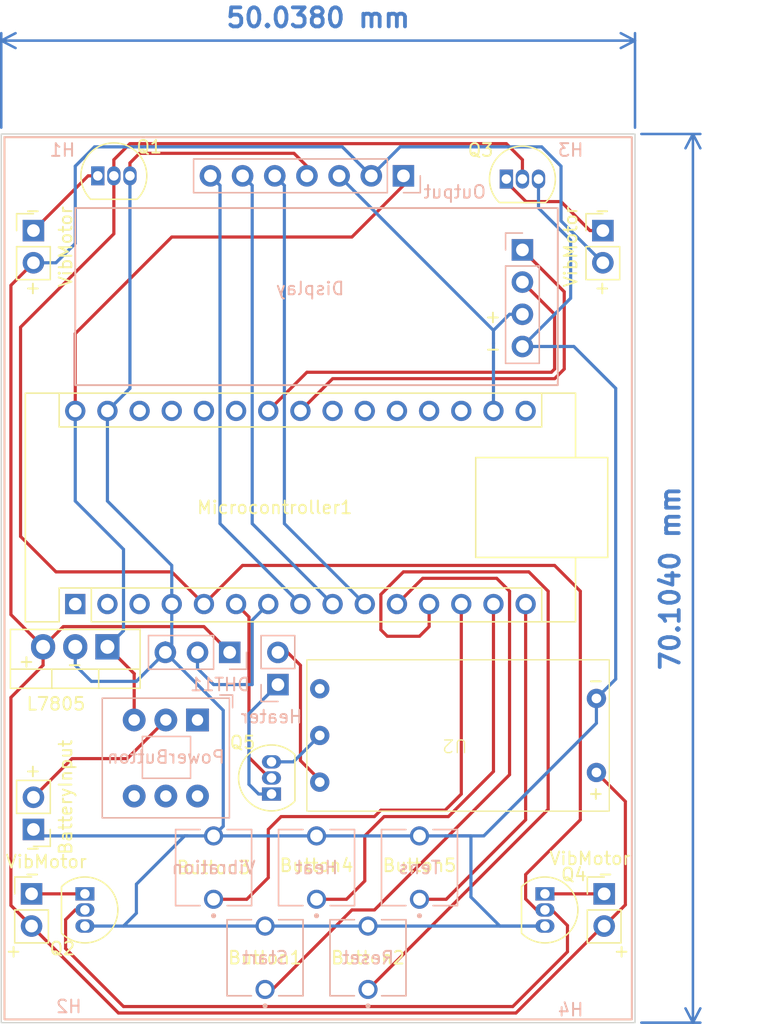
<source format=kicad_pcb>
(kicad_pcb (version 20221018) (generator pcbnew)
  (layers (0 "F.Cu" signal) (31 "B.Cu" signal) (34 "B.Paste" user) (35 "F.Paste" user) (36 "B.SilkS" user "B.Silkscreen") (37 "F.SilkS" user "F.Silkscreen") (38 "B.Mask" user) (39 "F.Mask" user) (44 "Edge.Cuts" user))
  (net 0 "")
  (net 1 "SW-Start")
  (net 2 "GND")
  (net 3 "SW-Reset")
  (net 4 "SW-Vibration")
  (net 5 "SW-Heat")
  (net 6 "SW-Tens")
  (net 7 "Net-(J1-Pin_1)")
  (net 8 "Input_7v4")
  (net 9 "Net-(J2-Pin_1)")
  (net 10 "Net-(J3-Pin_1)")
  (net 11 "Net-(J4-Pin_1)")
  (net 12 "Net-(J5-Pin_1)")
  (net 13 "Net-(J5-Pin_2)")
  (net 14 "Net-(J6-Pin_2)")
  (net 15 "SDA_Display")
  (net 16 "SCL_Display")
  (net 20 "VT-Motor")
  (net 21 "HT-Heater")
  (net 22 "HT-Sensor")
  (net 23 "TT-Enable")
  (net 24 "TT-Input1")
  (net 25 "TT-Input2")
  (net 27 "Output-3v3")
  (net 37 "Net-(Q5-C)")
  (net 43 "Input_5v")
  (footprint "Package_TO_SOT_THT:TO-92_Inline" (layer "F.Cu") (at 121.158 123.698 -90)
    (fp_text reference "Q2" (at 4.318 1.778) (layer "F.SilkS"))
    (fp_text value "2N2222" hide)
    (fp_line (start -0.53 1.85) (end 3.07 1.85) (stroke (width 0.12)) (layer "F.SilkS"))
    (fp_arc (start -0.568478 1.838478) (mid -1.132087 -0.994977) (end 1.27 -2.6) (stroke (width 0.12)) (layer "F.SilkS"))
    (fp_arc (start 1.27 -2.6) (mid 3.672087 -0.994977) (end 3.108478 1.838478) (stroke (width 0.12)) (layer "F.SilkS"))
    (pad "1" thru_hole rect (at 0 0 270) (size 1.05 1.5) (drill 0.75) (layers "*.Cu" "*.Mask") (net 9 "Net-(J2-Pin_1)"))
    (pad "2" thru_hole oval (at 1.27 0 270) (size 1.05 1.5) (drill 0.75) (layers "*.Cu" "*.Mask") (net 20 "VT-Motor"))
    (pad "3" thru_hole oval (at 2.54 0 270) (size 1.05 1.5) (drill 0.75) (layers "*.Cu" "*.Mask") (net 2 "GND"))
  )
  (footprint "Connector_PinHeader_2.54mm:PinHeader_1x02_P2.54mm_Vertical" (layer "F.Cu") (at 162.052 71.374)
    (fp_text reference "J3" hide)
    (fp_text value "VibMotor" (at -2.54 1.27 90) (layer "F.SilkS"))
    (fp_line (start -1.33 -1.33) (end 0 -1.33) (stroke (width 0.12)) (layer "F.SilkS"))
    (fp_line (start -1.33 0) (end -1.33 -1.33) (stroke (width 0.12)) (layer "F.SilkS"))
    (fp_line (start -1.33 1.27) (end -1.33 3.87) (stroke (width 0.12)) (layer "F.SilkS"))
    (fp_line (start -1.33 1.27) (end 1.33 1.27) (stroke (width 0.12)) (layer "F.SilkS"))
    (fp_line (start -1.33 3.87) (end 1.33 3.87) (stroke (width 0.12)) (layer "F.SilkS"))
    (fp_line (start 1.33 1.27) (end 1.33 3.87) (stroke (width 0.12)) (layer "F.SilkS"))
    (pad "1" thru_hole rect (at 0 0) (size 1.7 1.7) (drill 1) (layers "*.Cu" "*.Mask") (net 10 "Net-(J3-Pin_1)"))
    (pad "2" thru_hole oval (at 0 2.54) (size 1.7 1.7) (drill 1) (layers "*.Cu" "*.Mask") (net 43 "Input_5v"))
  )
  (footprint "Module:Arduino_Nano" (layer "F.Cu") (at 120.396 100.838 90)
    (fp_text reference "Microcontroller1" (at 7.62 15.748) (layer "F.SilkS"))
    (fp_text value "Nano BLE33" hide)
    (fp_line (start -1.4 -3.94) (end -1.4 -1.27) (stroke (width 0.12)) (layer "F.SilkS"))
    (fp_line (start -1.4 1.27) (end -1.4 39.5) (stroke (width 0.12)) (layer "F.SilkS"))
    (fp_line (start -1.4 39.5) (end 3.68 39.5) (stroke (width 0.12)) (layer "F.SilkS"))
    (fp_line (start 1.27 -1.27) (end -1.4 -1.27) (stroke (width 0.12)) (layer "F.SilkS"))
    (fp_line (start 1.27 1.27) (end -1.4 1.27) (stroke (width 0.12)) (layer "F.SilkS"))
    (fp_line (start 1.27 1.27) (end 1.27 -1.27) (stroke (width 0.12)) (layer "F.SilkS"))
    (fp_line (start 1.27 1.27) (end 1.27 36.83) (stroke (width 0.12)) (layer "F.SilkS"))
    (fp_line (start 1.27 36.83) (end -1.4 36.83) (stroke (width 0.12)) (layer "F.SilkS"))
    (fp_line (start 3.68 31.62) (end 11.56 31.62) (stroke (width 0.12)) (layer "F.SilkS"))
    (fp_line (start 3.68 42.04) (end 3.68 31.62) (stroke (width 0.12)) (layer "F.SilkS"))
    (fp_line (start 11.56 31.62) (end 11.56 42.04) (stroke (width 0.12)) (layer "F.SilkS"))
    (fp_line (start 11.56 42.04) (end 3.68 42.04) (stroke (width 0.12)) (layer "F.SilkS"))
    (fp_line (start 13.97 -1.27) (end 13.97 36.83) (stroke (width 0.12)) (layer "F.SilkS"))
    (fp_line (start 13.97 -1.27) (end 16.64 -1.27) (stroke (width 0.12)) (layer "F.SilkS"))
    (fp_line (start 13.97 36.83) (end 16.64 36.83) (stroke (width 0.12)) (layer "F.SilkS"))
    (fp_line (start 16.64 -3.94) (end -1.4 -3.94) (stroke (width 0.12)) (layer "F.SilkS"))
    (fp_line (start 16.64 39.5) (end 11.56 39.5) (stroke (width 0.12)) (layer "F.SilkS"))
    (fp_line (start 16.64 39.5) (end 16.64 -3.94) (stroke (width 0.12)) (layer "F.SilkS"))
    (pad "1" thru_hole rect (at 0 0 90) (size 1.6 1.6) (drill 1) (layers "*.Cu" "*.Mask"))
    (pad "2" thru_hole oval (at 0 2.54 90) (size 1.6 1.6) (drill 1) (layers "*.Cu" "*.Mask"))
    (pad "3" thru_hole oval (at 0 5.08 90) (size 1.6 1.6) (drill 1) (layers "*.Cu" "*.Mask"))
    (pad "4" thru_hole oval (at 0 7.62 90) (size 1.6 1.6) (drill 1) (layers "*.Cu" "*.Mask") (net 2 "GND"))
    (pad "5" thru_hole oval (at 0 10.16 90) (size 1.6 1.6) (drill 1) (layers "*.Cu" "*.Mask") (net 20 "VT-Motor"))
    (pad "6" thru_hole oval (at 0 12.7 90) (size 1.6 1.6) (drill 1) (layers "*.Cu" "*.Mask") (net 21 "HT-Heater"))
    (pad "7" thru_hole oval (at 0 15.24 90) (size 1.6 1.6) (drill 1) (layers "*.Cu" "*.Mask") (net 22 "HT-Sensor"))
    (pad "8" thru_hole oval (at 0 17.78 90) (size 1.6 1.6) (drill 1) (layers "*.Cu" "*.Mask") (net 23 "TT-Enable"))
    (pad "9" thru_hole oval (at 0 20.32 90) (size 1.6 1.6) (drill 1) (layers "*.Cu" "*.Mask") (net 24 "TT-Input1"))
    (pad "10" thru_hole oval (at 0 22.86 90) (size 1.6 1.6) (drill 1) (layers "*.Cu" "*.Mask") (net 25 "TT-Input2"))
    (pad "11" thru_hole oval (at 0 25.4 90) (size 1.6 1.6) (drill 1) (layers "*.Cu" "*.Mask") (net 1 "SW-Start"))
    (pad "12" thru_hole oval (at 0 27.94 90) (size 1.6 1.6) (drill 1) (layers "*.Cu" "*.Mask") (net 3 "SW-Reset"))
    (pad "13" thru_hole oval (at 0 30.48 90) (size 1.6 1.6) (drill 1) (layers "*.Cu" "*.Mask") (net 4 "SW-Vibration"))
    (pad "14" thru_hole oval (at 0 33.02 90) (size 1.6 1.6) (drill 1) (layers "*.Cu" "*.Mask") (net 5 "SW-Heat"))
    (pad "15" thru_hole oval (at 0 35.56 90) (size 1.6 1.6) (drill 1) (layers "*.Cu" "*.Mask") (net 6 "SW-Tens"))
    (pad "16" thru_hole oval (at 15.24 35.56 90) (size 1.6 1.6) (drill 1) (layers "*.Cu" "*.Mask"))
    (pad "17" thru_hole oval (at 15.24 33.02 90) (size 1.6 1.6) (drill 1) (layers "*.Cu" "*.Mask") (net 27 "Output-3v3"))
    (pad "18" thru_hole oval (at 15.24 30.48 90) (size 1.6 1.6) (drill 1) (layers "*.Cu" "*.Mask"))
    (pad "19" thru_hole oval (at 15.24 27.94 90) (size 1.6 1.6) (drill 1) (layers "*.Cu" "*.Mask"))
    (pad "20" thru_hole oval (at 15.24 25.4 90) (size 1.6 1.6) (drill 1) (layers "*.Cu" "*.Mask"))
    (pad "21" thru_hole oval (at 15.24 22.86 90) (size 1.6 1.6) (drill 1) (layers "*.Cu" "*.Mask"))
    (pad "22" thru_hole oval (at 15.24 20.32 90) (size 1.6 1.6) (drill 1) (layers "*.Cu" "*.Mask"))
    (pad "23" thru_hole oval (at 15.24 17.78 90) (size 1.6 1.6) (drill 1) (layers "*.Cu" "*.Mask") (net 15 "SDA_Display"))
    (pad "24" thru_hole oval (at 15.24 15.24 90) (size 1.6 1.6) (drill 1) (layers "*.Cu" "*.Mask") (net 16 "SCL_Display"))
    (pad "25" thru_hole oval (at 15.24 12.7 90) (size 1.6 1.6) (drill 1) (layers "*.Cu" "*.Mask"))
    (pad "26" thru_hole oval (at 15.24 10.16 90) (size 1.6 1.6) (drill 1) (layers "*.Cu" "*.Mask"))
    (pad "27" thru_hole oval (at 15.24 7.62 90) (size 1.6 1.6) (drill 1) (layers "*.Cu" "*.Mask"))
    (pad "28" thru_hole oval (at 15.24 5.08 90) (size 1.6 1.6) (drill 1) (layers "*.Cu" "*.Mask"))
    (pad "29" thru_hole oval (at 15.24 2.54 90) (size 1.6 1.6) (drill 1) (layers "*.Cu" "*.Mask") (net 2 "GND"))
    (pad "30" thru_hole oval (at 15.24 0 90) (size 1.6 1.6) (drill 1) (layers "*.Cu" "*.Mask") (net 8 "Input_7v4"))
  )
  (footprint "Connector_PinHeader_2.54mm:PinHeader_1x02_P2.54mm_Vertical" (layer "F.Cu") (at 117.094 71.374)
    (fp_text reference "J1" hide)
    (fp_text value "VibMotor" (at 2.54 1.27 90) (layer "F.SilkS"))
    (fp_line (start -1.33 -1.33) (end 0 -1.33) (stroke (width 0.12)) (layer "F.SilkS"))
    (fp_line (start -1.33 0) (end -1.33 -1.33) (stroke (width 0.12)) (layer "F.SilkS"))
    (fp_line (start -1.33 1.27) (end -1.33 3.87) (stroke (width 0.12)) (layer "F.SilkS"))
    (fp_line (start -1.33 1.27) (end 1.33 1.27) (stroke (width 0.12)) (layer "F.SilkS"))
    (fp_line (start -1.33 3.87) (end 1.33 3.87) (stroke (width 0.12)) (layer "F.SilkS"))
    (fp_line (start 1.33 1.27) (end 1.33 3.87) (stroke (width 0.12)) (layer "F.SilkS"))
    (pad "1" thru_hole rect (at 0 0) (size 1.7 1.7) (drill 1) (layers "*.Cu" "*.Mask") (net 7 "Net-(J1-Pin_1)"))
    (pad "2" thru_hole oval (at 0 2.54) (size 1.7 1.7) (drill 1) (layers "*.Cu" "*.Mask") (net 43 "Input_5v"))
  )
  (footprint "Package_TO_SOT_THT:TO-92_Inline" (layer "F.Cu") (at 122.174 67.056)
    (fp_text reference "Q1" (at 4.064 -2.286 180) (layer "F.SilkS"))
    (fp_text value "2N2222" hide)
    (fp_line (start -0.53 1.85) (end 3.07 1.85) (stroke (width 0.12)) (layer "F.SilkS"))
    (fp_arc (start -0.568478 1.838478) (mid -1.132087 -0.994977) (end 1.27 -2.6) (stroke (width 0.12)) (layer "F.SilkS"))
    (fp_arc (start 1.27 -2.6) (mid 3.672087 -0.994977) (end 3.108478 1.838478) (stroke (width 0.12)) (layer "F.SilkS"))
    (pad "1" thru_hole rect (at 0 0) (size 1.05 1.5) (drill 0.75) (layers "*.Cu" "*.Mask") (net 7 "Net-(J1-Pin_1)"))
    (pad "2" thru_hole oval (at 1.27 0) (size 1.05 1.5) (drill 0.75) (layers "*.Cu" "*.Mask") (net 20 "VT-Motor"))
    (pad "3" thru_hole oval (at 2.54 0) (size 1.05 1.5) (drill 0.75) (layers "*.Cu" "*.Mask") (net 2 "GND"))
  )
  (footprint "Connector_PinHeader_2.54mm:PinHeader_1x02_P2.54mm_Vertical" (layer "F.Cu") (at 117.094 118.618 180)
    (fp_text reference "J6" hide)
    (fp_text value "BatteryInput" (at -2.54 2.54 90) (layer "F.SilkS"))
    (fp_line (start -1.33 -1.33) (end 0 -1.33) (stroke (width 0.12)) (layer "F.SilkS"))
    (fp_line (start -1.33 0) (end -1.33 -1.33) (stroke (width 0.12)) (layer "F.SilkS"))
    (fp_line (start -1.33 1.27) (end -1.33 3.87) (stroke (width 0.12)) (layer "F.SilkS"))
    (fp_line (start -1.33 1.27) (end 1.33 1.27) (stroke (width 0.12)) (layer "F.SilkS"))
    (fp_line (start -1.33 3.87) (end 1.33 3.87) (stroke (width 0.12)) (layer "F.SilkS"))
    (fp_line (start 1.33 1.27) (end 1.33 3.87) (stroke (width 0.12)) (layer "F.SilkS"))
    (pad "1" thru_hole rect (at 0 0 180) (size 1.7 1.7) (drill 1) (layers "*.Cu" "*.Mask") (net 2 "GND"))
    (pad "2" thru_hole oval (at 0 2.54 180) (size 1.7 1.7) (drill 1) (layers "*.Cu" "*.Mask") (net 14 "Net-(J6-Pin_2)"))
  )
  (footprint "Package_TO_SOT_THT:TO-92_Inline" (layer "F.Cu") (at 135.89 115.824 90)
    (fp_text reference "Q5" (at 4.064 -2.286 180) (layer "F.SilkS"))
    (fp_text value "2N2222" hide)
    (fp_line (start -0.53 1.85) (end 3.07 1.85) (stroke (width 0.12)) (layer "F.SilkS"))
    (fp_arc (start -0.568478 1.838478) (mid -1.132087 -0.994977) (end 1.27 -2.6) (stroke (width 0.12)) (layer "F.SilkS"))
    (fp_arc (start 1.27 -2.6) (mid 3.672087 -0.994977) (end 3.108478 1.838478) (stroke (width 0.12)) (layer "F.SilkS"))
    (pad "1" thru_hole rect (at 0 0 90) (size 1.05 1.5) (drill 0.75) (layers "*.Cu" "*.Mask") (net 12 "Net-(J5-Pin_1)"))
    (pad "2" thru_hole oval (at 1.27 0 90) (size 1.05 1.5) (drill 0.75) (layers "*.Cu" "*.Mask") (net 21 "HT-Heater"))
    (pad "3" thru_hole oval (at 2.54 0 90) (size 1.05 1.5) (drill 0.75) (layers "*.Cu" "*.Mask") (net 37 "Net-(Q5-C)"))
  )
  (footprint "Package_TO_SOT_THT:TO-92_Inline" (layer "F.Cu") (at 154.432 67.31)
    (fp_text reference "Q3" (at -2.032 -2.286 180) (layer "F.SilkS"))
    (fp_text value "2N2222" hide)
    (fp_line (start -0.53 1.85) (end 3.07 1.85) (stroke (width 0.12)) (layer "F.SilkS"))
    (fp_arc (start -0.568478 1.838478) (mid -1.132087 -0.994977) (end 1.27 -2.6) (stroke (width 0.12)) (layer "F.SilkS"))
    (fp_arc (start 1.27 -2.6) (mid 3.672087 -0.994977) (end 3.108478 1.838478) (stroke (width 0.12)) (layer "F.SilkS"))
    (pad "1" thru_hole rect (at 0 0) (size 1.05 1.5) (drill 0.75) (layers "*.Cu" "*.Mask") (net 10 "Net-(J3-Pin_1)"))
    (pad "2" thru_hole oval (at 1.27 0) (size 1.05 1.5) (drill 0.75) (layers "*.Cu" "*.Mask") (net 20 "VT-Motor"))
    (pad "3" thru_hole oval (at 2.54 0) (size 1.05 1.5) (drill 0.75) (layers "*.Cu" "*.Mask") (net 2 "GND"))
  )
  (footprint "Package_TO_SOT_THT:TO-220-3_Vertical" (layer "F.Cu") (at 122.936 104.211 180)
    (fp_text reference "U3" hide)
    (fp_text value "L7805" (at 4.064 -4.501) (layer "F.SilkS"))
    (fp_line (start -2.58 -3.27) (end -2.58 1.371) (stroke (width 0.12)) (layer "F.SilkS"))
    (fp_line (start -2.58 -3.27) (end 7.66 -3.27) (stroke (width 0.12)) (layer "F.SilkS"))
    (fp_line (start -2.58 -1.76) (end 7.66 -1.76) (stroke (width 0.12)) (layer "F.SilkS"))
    (fp_line (start -2.58 1.371) (end 7.66 1.371) (stroke (width 0.12)) (layer "F.SilkS"))
    (fp_line (start 0.69 -3.27) (end 0.69 -1.76) (stroke (width 0.12)) (layer "F.SilkS"))
    (fp_line (start 4.391 -3.27) (end 4.391 -1.76) (stroke (width 0.12)) (layer "F.SilkS"))
    (fp_line (start 7.66 -3.27) (end 7.66 1.371) (stroke (width 0.12)) (layer "F.SilkS"))
    (pad "1" thru_hole rect (at 0 0 180) (size 1.905 2) (drill 1.1) (layers "*.Cu" "*.Mask") (net 8 "Input_7v4"))
    (pad "2" thru_hole oval (at 2.54 0 180) (size 1.905 2) (drill 1.1) (layers "*.Cu" "*.Mask") (net 2 "GND"))
    (pad "3" thru_hole oval (at 5.08 0 180) (size 1.905 2) (drill 1.1) (layers "*.Cu" "*.Mask") (net 43 "Input_5v"))
  )
  (footprint "Local Library:Step_up_Convertor_12v" (layer "F.Cu") (at 150.368 120.728 180)
    (fp_text reference "U2" (at 0 8.714 180 unlocked) (layer "F.SilkS") (effects (font (thickness 0.1))))
    (fp_text value "~" hide)
    (fp_rect (start -12.192 3.556) (end 11.684 15.494) (stroke (width 0.1)) (fill none) (layer "F.SilkS"))
    (pad "1" thru_hole circle (at -11.176 6.604 180) (size 1.524 1.524) (drill 0.762) (layers "*.Cu" "*.Mask") (net 43 "Input_5v"))
    (pad "2" thru_hole circle (at -11.176 12.446 180) (size 1.524 1.524) (drill 0.762) (layers "*.Cu" "*.Mask") (net 2 "GND"))
    (pad "3" thru_hole circle (at 10.668 5.842 180) (size 1.524 1.524) (drill 0.762) (layers "*.Cu" "*.Mask") (net 13 "Net-(J5-Pin_2)"))
    (pad "4" thru_hole circle (at 10.668 9.525 180) (size 1.524 1.524) (drill 0.762) (layers "*.Cu" "*.Mask") (net 37 "Net-(Q5-C)"))
    (pad "5" thru_hole circle (at 10.668 13.208 180) (size 1.524 1.524) (drill 0.762) (layers "*.Cu" "*.Mask"))
  )
  (footprint "Connector_PinHeader_2.54mm:PinHeader_1x02_P2.54mm_Vertical" (layer "F.Cu") (at 162.158 123.698)
    (fp_text reference "J4" hide)
    (fp_text value "VibMotor" (at -1.122 -2.794) (layer "F.SilkS"))
    (fp_line (start -1.33 -1.33) (end 0 -1.33) (stroke (width 0.12)) (layer "F.SilkS"))
    (fp_line (start -1.33 0) (end -1.33 -1.33) (stroke (width 0.12)) (layer "F.SilkS"))
    (fp_line (start -1.33 1.27) (end -1.33 3.87) (stroke (width 0.12)) (layer "F.SilkS"))
    (fp_line (start -1.33 1.27) (end 1.33 1.27) (stroke (width 0.12)) (layer "F.SilkS"))
    (fp_line (start -1.33 3.87) (end 1.33 3.87) (stroke (width 0.12)) (layer "F.SilkS"))
    (fp_line (start 1.33 1.27) (end 1.33 3.87) (stroke (width 0.12)) (layer "F.SilkS"))
    (pad "1" thru_hole rect (at 0 0) (size 1.7 1.7) (drill 1) (layers "*.Cu" "*.Mask") (net 11 "Net-(J4-Pin_1)"))
    (pad "2" thru_hole oval (at 0 2.54) (size 1.7 1.7) (drill 1) (layers "*.Cu" "*.Mask") (net 43 "Input_5v"))
  )
  (footprint "Connector_PinHeader_2.54mm:PinHeader_1x02_P2.54mm_Vertical" (layer "F.Cu") (at 116.946 123.698)
    (fp_text reference "J2" hide)
    (fp_text value "VibMotor" (at 1.164 -2.54) (layer "F.SilkS"))
    (fp_line (start -1.33 -1.33) (end 0 -1.33) (stroke (width 0.12)) (layer "F.SilkS"))
    (fp_line (start -1.33 0) (end -1.33 -1.33) (stroke (width 0.12)) (layer "F.SilkS"))
    (fp_line (start -1.33 1.27) (end -1.33 3.87) (stroke (width 0.12)) (layer "F.SilkS"))
    (fp_line (start -1.33 1.27) (end 1.33 1.27) (stroke (width 0.12)) (layer "F.SilkS"))
    (fp_line (start -1.33 3.87) (end 1.33 3.87) (stroke (width 0.12)) (layer "F.SilkS"))
    (fp_line (start 1.33 1.27) (end 1.33 3.87) (stroke (width 0.12)) (layer "F.SilkS"))
    (pad "1" thru_hole rect (at 0 0) (size 1.7 1.7) (drill 1) (layers "*.Cu" "*.Mask") (net 9 "Net-(J2-Pin_1)"))
    (pad "2" thru_hole oval (at 0 2.54) (size 1.7 1.7) (drill 1) (layers "*.Cu" "*.Mask") (net 43 "Input_5v"))
  )
  (footprint "Package_TO_SOT_THT:TO-92_Inline" (layer "F.Cu") (at 157.48 123.698 -90)
    (fp_text reference "Q4" (at -1.524 -2.286) (layer "F.SilkS"))
    (fp_text value "2N2222" hide)
    (fp_line (start -0.53 1.85) (end 3.07 1.85) (stroke (width 0.12)) (layer "F.SilkS"))
    (fp_arc (start -0.568478 1.838478) (mid -1.132087 -0.994977) (end 1.27 -2.6) (stroke (width 0.12)) (layer "F.SilkS"))
    (fp_arc (start 1.27 -2.6) (mid 3.672087 -0.994977) (end 3.108478 1.838478) (stroke (width 0.12)) (layer "F.SilkS"))
    (pad "1" thru_hole rect (at 0 0 270) (size 1.05 1.5) (drill 0.75) (layers "*.Cu" "*.Mask") (net 11 "Net-(J4-Pin_1)"))
    (pad "2" thru_hole oval (at 1.27 0 270) (size 1.05 1.5) (drill 0.75) (layers "*.Cu" "*.Mask") (net 20 "VT-Motor"))
    (pad "3" thru_hole oval (at 2.54 0 270) (size 1.05 1.5) (drill 0.75) (layers "*.Cu" "*.Mask") (net 2 "GND"))
  )
  (footprint "Connector_PinHeader_2.54mm:PinHeader_1x03_P2.54mm_Vertical" (layer "B.Cu") (at 132.588 104.648 90)
    (fp_text reference "U1" hide)
    (fp_text value "DHT11" (at -2.54 -0.762 180) (layer "B.SilkS") (effects (justify mirror)))
    (fp_line (start -1.33 -6.41) (end 1.33 -6.41) (stroke (width 0.12)) (layer "B.SilkS"))
    (fp_line (start -1.33 -1.27) (end -1.33 -6.41) (stroke (width 0.12)) (layer "B.SilkS"))
    (fp_line (start -1.33 -1.27) (end 1.33 -1.27) (stroke (width 0.12)) (layer "B.SilkS"))
    (fp_line (start -1.33 0) (end -1.33 1.33) (stroke (width 0.12)) (layer "B.SilkS"))
    (fp_line (start -1.33 1.33) (end 0 1.33) (stroke (width 0.12)) (layer "B.SilkS"))
    (fp_line (start 1.33 -1.27) (end 1.33 -6.41) (stroke (width 0.12)) (layer "B.SilkS"))
    (pad "1" thru_hole rect (at 0 0 90) (size 1.7 1.7) (drill 1) (layers "*.Cu" "*.Mask") (net 43 "Input_5v"))
    (pad "2" thru_hole oval (at 0 -2.54 90) (size 1.7 1.7) (drill 1) (layers "*.Cu" "*.Mask") (net 22 "HT-Sensor"))
    (pad "3" thru_hole oval (at 0 -5.08 90) (size 1.7 1.7) (drill 1) (layers "*.Cu" "*.Mask") (net 2 "GND"))
  )
  (footprint "Local Library:Button_Push_2pin" (layer "B.Cu") (at 147.574 121.626 90)
    (fp_text reference "Button5" (at 0.175 0 180) (layer "F.SilkS"))
    (fp_text value "Tens" (at 0 0 180) (layer "B.SilkS") (effects (justify mirror)))
    (fp_line (start -3 -3) (end -3 -1.075) (stroke (width 0.127)) (layer "B.SilkS"))
    (fp_line (start -3 1.075) (end -3 3) (stroke (width 0.127)) (layer "B.SilkS"))
    (fp_line (start -3 3) (end 3 3) (stroke (width 0.127)) (layer "B.SilkS"))
    (fp_line (start 3 -3) (end -3 -3) (stroke (width 0.127)) (layer "B.SilkS"))
    (fp_line (start 3 -1.075) (end 3 -3) (stroke (width 0.127)) (layer "B.SilkS"))
    (fp_line (start 3 3) (end 3 1.075) (stroke (width 0.127)) (layer "B.SilkS"))
    (fp_circle (center -3.8 0) (end -3.7 0) (stroke (width 0.2)) (fill none) (layer "B.SilkS"))
    (pad "1" thru_hole circle (at -2.5 0 90) (size 1.508 1.508) (drill 1) (layers "*.Cu" "*.Mask") (net 6 "SW-Tens"))
    (pad "2" thru_hole circle (at 2.5 0 90) (size 1.508 1.508) (drill 1) (layers "*.Cu" "*.Mask") (net 2 "GND"))
  )
  (footprint "Connector_PinSocket_2.54mm:PinSocket_1x04_P2.54mm_Vertical" (layer "B.Cu") (at 155.702 72.898 180)
    (fp_text reference "J7" hide)
    (fp_text value "Display" (at 16.764 -3.048 180) (layer "B.SilkS") (effects (justify mirror)))
    (fp_line (start -1.33 -8.95) (end 1.33 -8.95) (stroke (width 0.12)) (layer "B.SilkS"))
    (fp_line (start -1.33 -1.27) (end -1.33 -8.95) (stroke (width 0.12)) (layer "B.SilkS"))
    (fp_line (start -1.33 -1.27) (end 1.33 -1.27) (stroke (width 0.12)) (layer "B.SilkS"))
    (fp_line (start 0 1.33) (end 1.33 1.33) (stroke (width 0.12)) (layer "B.SilkS"))
    (fp_line (start 1.33 -1.27) (end 1.33 -8.95) (stroke (width 0.12)) (layer "B.SilkS"))
    (fp_line (start 1.33 1.33) (end 1.33 0) (stroke (width 0.12)) (layer "B.SilkS"))
    (pad "1" thru_hole rect (at 0 0 180) (size 1.7 1.7) (drill 1) (layers "*.Cu" "*.Mask") (net 15 "SDA_Display"))
    (pad "2" thru_hole oval (at 0 -2.54 180) (size 1.7 1.7) (drill 1) (layers "*.Cu" "*.Mask") (net 16 "SCL_Display"))
    (pad "3" thru_hole oval (at 0 -5.08 180) (size 1.7 1.7) (drill 1) (layers "*.Cu" "*.Mask") (net 27 "Output-3v3"))
    (pad "4" thru_hole oval (at 0 -7.62 180) (size 1.7 1.7) (drill 1) (layers "*.Cu" "*.Mask") (net 2 "GND"))
  )
  (footprint "MountingHole:MountingHole_2.5mm" (layer "B.Cu") (at 161.798 66.548 180)
    (fp_text reference "H3" (at 2.286 1.524) (layer "B.SilkS") (effects (justify mirror)))
    (fp_text value "MountingHole" hide)
    (pad "" np_thru_hole circle (at 0 0 180) (size 2.5 2.5) (drill 2.5) (layers "*.Cu" "*.Mask"))
  )
  (footprint "Local Library:Button_Push_2pin" (layer "B.Cu") (at 143.51 128.738 90)
    (fp_text reference "Button2" (at 0 0 180) (layer "F.SilkS"))
    (fp_text value "Reset" (at 0 0 180) (layer "B.SilkS") (effects (justify mirror)))
    (fp_line (start -3 -3) (end -3 -1.075) (stroke (width 0.127)) (layer "B.SilkS"))
    (fp_line (start -3 1.075) (end -3 3) (stroke (width 0.127)) (layer "B.SilkS"))
    (fp_line (start -3 3) (end 3 3) (stroke (width 0.127)) (layer "B.SilkS"))
    (fp_line (start 3 -3) (end -3 -3) (stroke (width 0.127)) (layer "B.SilkS"))
    (fp_line (start 3 -1.075) (end 3 -3) (stroke (width 0.127)) (layer "B.SilkS"))
    (fp_line (start 3 3) (end 3 1.075) (stroke (width 0.127)) (layer "B.SilkS"))
    (fp_circle (center -3.8 0) (end -3.7 0) (stroke (width 0.2)) (fill none) (layer "B.SilkS"))
    (pad "1" thru_hole circle (at -2.5 0 90) (size 1.508 1.508) (drill 1) (layers "*.Cu" "*.Mask") (net 3 "SW-Reset"))
    (pad "2" thru_hole circle (at 2.5 0 90) (size 1.508 1.508) (drill 1) (layers "*.Cu" "*.Mask") (net 2 "GND"))
  )
  (footprint "Local Library:Button_Push_2pin" (layer "B.Cu") (at 139.446 121.626 90)
    (fp_text reference "Button4" (at 0.175 0 180) (layer "F.SilkS"))
    (fp_text value "Heat" (at 0 0 180) (layer "B.SilkS") (effects (justify mirror)))
    (fp_line (start -3 -3) (end -3 -1.075) (stroke (width 0.127)) (layer "B.SilkS"))
    (fp_line (start -3 1.075) (end -3 3) (stroke (width 0.127)) (layer "B.SilkS"))
    (fp_line (start -3 3) (end 3 3) (stroke (width 0.127)) (layer "B.SilkS"))
    (fp_line (start 3 -3) (end -3 -3) (stroke (width 0.127)) (layer "B.SilkS"))
    (fp_line (start 3 -1.075) (end 3 -3) (stroke (width 0.127)) (layer "B.SilkS"))
    (fp_line (start 3 3) (end 3 1.075) (stroke (width 0.127)) (layer "B.SilkS"))
    (fp_circle (center -3.8 0) (end -3.7 0) (stroke (width 0.2)) (fill none) (layer "B.SilkS"))
    (pad "1" thru_hole circle (at -2.5 0 90) (size 1.508 1.508) (drill 1) (layers "*.Cu" "*.Mask") (net 5 "SW-Heat"))
    (pad "2" thru_hole circle (at 2.5 0 90) (size 1.508 1.508) (drill 1) (layers "*.Cu" "*.Mask") (net 2 "GND"))
  )
  (footprint "MountingHole:MountingHole_2.5mm" (layer "B.Cu") (at 117.348 66.548 180)
    (fp_text reference "H1" (at -2.032 1.524) (layer "B.SilkS") (effects (justify mirror)))
    (fp_text value "MountingHole" hide)
    (pad "" np_thru_hole circle (at 0 0 180) (size 2.5 2.5) (drill 2.5) (layers "*.Cu" "*.Mask"))
  )
  (footprint "Local Library:Button_Push_2pin" (layer "B.Cu") (at 131.318 121.626 90)
    (fp_text reference "Button3" (at 0 0 180) (layer "F.SilkS"))
    (fp_text value "Vibration" (at 0 0 180) (layer "B.SilkS") (effects (justify mirror)))
    (fp_line (start -3 -3) (end -3 -1.075) (stroke (width 0.127)) (layer "B.SilkS"))
    (fp_line (start -3 1.075) (end -3 3) (stroke (width 0.127)) (layer "B.SilkS"))
    (fp_line (start -3 3) (end 3 3) (stroke (width 0.127)) (layer "B.SilkS"))
    (fp_line (start 3 -3) (end -3 -3) (stroke (width 0.127)) (layer "B.SilkS"))
    (fp_line (start 3 -1.075) (end 3 -3) (stroke (width 0.127)) (layer "B.SilkS"))
    (fp_line (start 3 3) (end 3 1.075) (stroke (width 0.127)) (layer "B.SilkS"))
    (fp_circle (center -3.8 0) (end -3.7 0) (stroke (width 0.2)) (fill none) (layer "B.SilkS"))
    (pad "1" thru_hole circle (at -2.5 0 90) (size 1.508 1.508) (drill 1) (layers "*.Cu" "*.Mask") (net 4 "SW-Vibration"))
    (pad "2" thru_hole circle (at 2.5 0 90) (size 1.508 1.508) (drill 1) (layers "*.Cu" "*.Mask") (net 2 "GND"))
  )
  (footprint "Local Library:Button_Push_2pin" (layer "B.Cu") (at 135.382 128.738 90)
    (fp_text reference "Button1" (at 0 0 180) (layer "F.SilkS"))
    (fp_text value "Start" (at 0 0 180) (layer "B.SilkS") (effects (justify mirror)))
    (fp_line (start -3 -3) (end -3 -1.075) (stroke (width 0.127)) (layer "B.SilkS"))
    (fp_line (start -3 1.075) (end -3 3) (stroke (width 0.127)) (layer "B.SilkS"))
    (fp_line (start -3 3) (end 3 3) (stroke (width 0.127)) (layer "B.SilkS"))
    (fp_line (start 3 -3) (end -3 -3) (stroke (width 0.127)) (layer "B.SilkS"))
    (fp_line (start 3 -1.075) (end 3 -3) (stroke (width 0.127)) (layer "B.SilkS"))
    (fp_line (start 3 3) (end 3 1.075) (stroke (width 0.127)) (layer "B.SilkS"))
    (fp_circle (center -3.8 0) (end -3.7 0) (stroke (width 0.2)) (fill none) (layer "B.SilkS"))
    (pad "1" thru_hole circle (at -2.5 0 90) (size 1.508 1.508) (drill 1) (layers "*.Cu" "*.Mask") (net 1 "SW-Start"))
    (pad "2" thru_hole circle (at 2.5 0 90) (size 1.508 1.508) (drill 1) (layers "*.Cu" "*.Mask") (net 2 "GND"))
  )
  (footprint "Button_Switch_THT:SW_Push_2P2T_Toggle_CK_PVA2OAH5xxxxxxV2" (layer "B.Cu") (at 130.048 109.982 180)
    (fp_text reference "SW1" hide)
    (fp_text value "PowerButton" (at 2.5 -2.9225) (layer "B.SilkS") (effects (justify mirror)))
    (fp_line (start -2.77 0.97) (end -2.77 1.97) (stroke (width 0.12)) (layer "B.SilkS"))
    (fp_line (start -2.52 -7.72) (end -2.52 1.72) (stroke (width 0.12)) (layer "B.SilkS"))
    (fp_line (start -1.77 1.97) (end -2.77 1.97) (stroke (width 0.12)) (layer "B.SilkS"))
    (fp_line (start 0.55 -1.3) (end 0.55 -4.6) (stroke (width 0.12)) (layer "B.SilkS"))
    (fp_line (start 4.35 -4.6) (end 0.55 -4.6) (stroke (width 0.12)) (layer "B.SilkS"))
    (fp_line (start 4.35 -1.3) (end 0.55 -1.3) (stroke (width 0.12)) (layer "B.SilkS"))
    (fp_line (start 4.35 -1.3) (end 4.35 -4.6) (stroke (width 0.12)) (layer "B.SilkS"))
    (fp_line (start 7.52 -7.72) (end -2.52 -7.72) (stroke (width 0.12)) (layer "B.SilkS"))
    (fp_line (start 7.52 -7.72) (end 7.52 1.72) (stroke (width 0.12)) (layer "B.SilkS"))
    (fp_line (start 7.52 1.72) (end -2.52 1.72) (stroke (width 0.12)) (layer "B.SilkS"))
    (pad "1" thru_hole rect (at 0 0 180) (size 1.8 1.8) (drill 0.9) (layers "*.Cu" "*.Mask"))
    (pad "2" thru_hole circle (at 2.5 0 180) (size 1.8 1.8) (drill 0.9) (layers "*.Cu" "*.Mask") (net 14 "Net-(J6-Pin_2)"))
    (pad "3" thru_hole circle (at 5 0 180) (size 1.8 1.8) (drill 0.9) (layers "*.Cu" "*.Mask") (net 8 "Input_7v4"))
    (pad "4" thru_hole circle (at 0 -6 180) (size 1.8 1.8) (drill 0.9) (layers "*.Cu" "*.Mask"))
    (pad "5" thru_hole circle (at 2.5 -6 180) (size 1.8 1.8) (drill 0.9) (layers "*.Cu" "*.Mask"))
    (pad "6" thru_hole circle (at 5 -6 180) (size 1.8 1.8) (drill 0.9) (layers "*.Cu" "*.Mask"))
  )
  (footprint "Connector_PinHeader_2.54mm:PinHeader_1x07_P2.54mm_Vertical" (layer "B.Cu") (at 146.309 67.056 90)
    (fp_text reference "J8" hide)
    (fp_text value "Output" (at -1.27 4.059) (layer "B.SilkS") (effects (justify mirror)))
    (fp_line (start -1.33 -16.57) (end 1.33 -16.57) (stroke (width 0.12)) (layer "B.SilkS"))
    (fp_line (start -1.33 -1.27) (end -1.33 -16.57) (stroke (width 0.12)) (layer "B.SilkS"))
    (fp_line (start -1.33 -1.27) (end 1.33 -1.27) (stroke (width 0.12)) (layer "B.SilkS"))
    (fp_line (start -1.33 0) (end -1.33 1.33) (stroke (width 0.12)) (layer "B.SilkS"))
    (fp_line (start -1.33 1.33) (end 0 1.33) (stroke (width 0.12)) (layer "B.SilkS"))
    (fp_line (start 1.33 -1.27) (end 1.33 -16.57) (stroke (width 0.12)) (layer "B.SilkS"))
    (pad "1" thru_hole rect (at 0 0 90) (size 1.7 1.7) (drill 1) (layers "*.Cu" "*.Mask") (net 8 "Input_7v4"))
    (pad "2" thru_hole oval (at 0 -2.54 90) (size 1.7 1.7) (drill 1) (layers "*.Cu" "*.Mask") (net 43 "Input_5v"))
    (pad "3" thru_hole oval (at 0 -5.08 90) (size 1.7 1.7) (drill 1) (layers "*.Cu" "*.Mask") (net 27 "Output-3v3"))
    (pad "4" thru_hole oval (at 0 -7.62 90) (size 1.7 1.7) (drill 1) (layers "*.Cu" "*.Mask") (net 2 "GND"))
    (pad "5" thru_hole oval (at 0 -10.16 90) (size 1.7 1.7) (drill 1) (layers "*.Cu" "*.Mask") (net 25 "TT-Input2"))
    (pad "6" thru_hole oval (at 0 -12.7 90) (size 1.7 1.7) (drill 1) (layers "*.Cu" "*.Mask") (net 24 "TT-Input1"))
    (pad "7" thru_hole oval (at 0 -15.24 90) (size 1.7 1.7) (drill 1) (layers "*.Cu" "*.Mask") (net 23 "TT-Enable"))
  )
  (footprint "MountingHole:MountingHole_2.5mm" (layer "B.Cu") (at 161.798 131.064 180)
    (fp_text reference "H4" (at 2.286 -1.778) (layer "B.SilkS") (effects (justify mirror)))
    (fp_text value "MountingHole" hide)
    (pad "" np_thru_hole circle (at 0 0 180) (size 2.5 2.5) (drill 2.5) (layers "*.Cu" "*.Mask"))
  )
  (footprint "MountingHole:MountingHole_2.5mm" (layer "B.Cu") (at 117.348 131.064 180)
    (fp_text reference "H2" (at -2.54 -1.524) (layer "B.SilkS") (effects (justify mirror)))
    (fp_text value "MountingHole" hide)
    (pad "" np_thru_hole circle (at 0 0 180) (size 2.5 2.5) (drill 2.5) (layers "*.Cu" "*.Mask"))
  )
  (footprint "Connector_PinHeader_2.54mm:PinHeader_1x02_P2.54mm_Vertical" (layer "B.Cu") (at 136.398 107.193)
    (fp_text reference "J5" hide)
    (fp_text value "Heater" (at -0.508 2.535) (layer "B.SilkS") (effects (justify mirror)))
    (fp_line (start -1.33 -3.87) (end 1.33 -3.87) (stroke (width 0.12)) (layer "B.SilkS"))
    (fp_line (start -1.33 -1.27) (end -1.33 -3.87) (stroke (width 0.12)) (layer "B.SilkS"))
    (fp_line (start -1.33 -1.27) (end 1.33 -1.27) (stroke (width 0.12)) (layer "B.SilkS"))
    (fp_line (start -1.33 0) (end -1.33 1.33) (stroke (width 0.12)) (layer "B.SilkS"))
    (fp_line (start -1.33 1.33) (end 0 1.33) (stroke (width 0.12)) (layer "B.SilkS"))
    (fp_line (start 1.33 -1.27) (end 1.33 -3.87) (stroke (width 0.12)) (layer "B.SilkS"))
    (pad "1" thru_hole rect (at 0 0) (size 1.7 1.7) (drill 1) (layers "*.Cu" "*.Mask") (net 12 "Net-(J5-Pin_1)"))
    (pad "2" thru_hole oval (at 0 -2.54) (size 1.7 1.7) (drill 1) (layers "*.Cu" "*.Mask") (net 13 "Net-(J5-Pin_2)"))
  )
  (gr_rect (start 120.396 69.596) (end 158.496 83.566) (stroke (width 0.15)) (fill none) (layer "B.SilkS"))
  (gr_rect (start 114.808 64.008) (end 164.338 133.604) (stroke (width 0.15)) (fill none) (layer "B.SilkS"))
  (gr_rect (start 114.808 64.008) (end 164.338 133.604) (stroke (width 0.15)) (fill none) (layer "F.SilkS"))
  (gr_rect (start 114.554 63.754) (end 164.592 133.858) (stroke (width 0.1)) (fill none) (layer "Edge.Cuts"))
  (gr_text "-" (at 161.29 70.358) (layer "F.SilkS") (effects (font (size 1 1)) (justify left bottom)))
  (gr_text "-" (at 152.654 81.28) (layer "F.SilkS") (effects (font (size 1 1)) (justify left bottom)))
  (gr_text "-" (at 160.782 107.442) (layer "F.SilkS") (effects (font (size 1 1)) (justify left bottom)))
  (gr_text "+" (at 161.29 76.454) (layer "F.SilkS") (effects (font (size 1 1)) (justify left bottom)))
  (gr_text "-" (at 116.281 122.682) (layer "F.SilkS") (effects (font (size 1 1)) (justify left bottom)))
  (gr_text "-" (at 119.634 106.172) (layer "F.SilkS") (effects (font (size 1 1)) (justify left bottom)))
  (gr_text "+" (at 114.808 128.778) (layer "F.SilkS") (effects (font (size 1 1)) (justify left bottom)))
  (gr_text "-" (at 116.332 120.65) (layer "F.SilkS") (effects (font (size 1 1)) (justify left bottom)))
  (gr_text "+" (at 162.814 128.778) (layer "F.SilkS") (effects (font (size 1 1)) (justify left bottom)))
  (gr_text "-" (at 116.332 70.358) (layer "F.SilkS") (effects (font (size 1 1)) (justify left bottom)))
  (gr_text "+" (at 116.332 114.554) (layer "F.SilkS") (effects (font (size 1 1)) (justify left bottom)))
  (gr_text "+" (at 160.782 116.332) (layer "F.SilkS") (effects (font (size 1 1)) (justify left bottom)))
  (gr_text "+" (at 115.824 105.918) (layer "F.SilkS") (effects (font (size 1 1)) (justify left bottom)))
  (gr_text "+" (at 116.332 76.454) (layer "F.SilkS") (effects (font (size 1 1)) (justify left bottom)))
  (gr_text "-" (at 161.544 122.682) (layer "F.SilkS") (effects (font (size 1 1)) (justify left bottom)))
  (gr_text "+" (at 152.654 78.74) (layer "F.SilkS") (effects (font (size 1 1)) (justify left bottom)))
  (dimension (type aligned) (layer "B.Cu") (pts (xy 114.554 63.754) (xy 164.592 63.754)) (height -7.366) (gr_text "50.0380 mm" (at 139.573 54.588) (layer "B.Cu") (effects (font (size 1.5 1.5) (thickness 0.3)))) (format (prefix "") (suffix "") (units 3) (units_format 1) (precision 4)) (style (thickness 0.2) (arrow_length 1.27) (text_position_mode 0) (extension_height 0.58642) (extension_offset 0.5) keep_text_aligned))
  (dimension (type aligned) (layer "B.Cu") (pts (xy 164.592 63.754) (xy 164.592 133.858)) (height -4.572) (gr_text "70.1040 mm" (at 167.364 98.806 90) (layer "B.Cu") (effects (font (size 1.5 1.5) (thickness 0.3)))) (format (prefix "") (suffix "") (units 3) (units_format 1) (precision 4)) (style (thickness 0.2) (arrow_length 1.27) (text_position_mode 0) (extension_height 0.58642) (extension_offset 0.5) keep_text_aligned))
  (segment (start 154.686 99.822) (end 154.686 114.3) (width 0.25) (layer "F.Cu") (net 1))
  (segment (start 145.796 100.838) (end 147.828 98.806) (width 0.25) (layer "F.Cu") (net 1))
  (segment (start 147.828 98.806) (end 153.67 98.806) (width 0.25) (layer "F.Cu") (net 1))
  (segment (start 135.97 131.238) (end 135.382 131.238) (width 0.25) (layer "F.Cu") (net 1))
  (segment (start 153.67 98.806) (end 154.686 99.822) (width 0.25) (layer "F.Cu") (net 1))
  (segment (start 144.018 124.968) (end 142.24 124.968) (width 0.25) (layer "F.Cu") (net 1))
  (segment (start 154.686 114.3) (end 144.018 124.968) (width 0.25) (layer "F.Cu") (net 1))
  (segment (start 142.24 124.968) (end 135.97 131.238) (width 0.25) (layer "F.Cu") (net 1))
  (segment (start 137.668 65.278) (end 138.689 66.299) (width 0.25) (layer "F.Cu") (net 2))
  (segment (start 125.476 65.278) (end 137.668 65.278) (width 0.25) (layer "F.Cu") (net 2))
  (segment (start 124.714 67.056) (end 124.714 66.04) (width 0.25) (layer "F.Cu") (net 2))
  (segment (start 138.689 66.299) (end 138.689 67.056) (width 0.25) (layer "F.Cu") (net 2))
  (segment (start 124.714 66.04) (end 125.476 65.278) (width 0.25) (layer "F.Cu") (net 2))
  (segment (start 122.936 92.71) (end 122.936 85.598) (width 0.25) (layer "B.Cu") (net 2))
  (segment (start 117.602 119.126) (end 117.094 118.618) (width 0.25) (layer "B.Cu") (net 2))
  (segment (start 135.382 126.238) (end 143.51 126.238) (width 0.25) (layer "B.Cu") (net 2))
  (segment (start 149.606 119.126) (end 147.574 119.126) (width 0.25) (layer "B.Cu") (net 2))
  (segment (start 157.48 126.238) (end 153.924 126.238) (width 0.25) (layer "B.Cu") (net 2))
  (segment (start 131.318 119.126) (end 139.446 119.126) (width 0.25) (layer "B.Cu") (net 2))
  (segment (start 151.638 123.952) (end 151.638 119.126) (width 0.25) (layer "B.Cu") (net 2))
  (segment (start 127.508 103.886) (end 127.508 104.648) (width 0.25) (layer "B.Cu") (net 2))
  (segment (start 128.016 100.838) (end 128.016 97.79) (width 0.25) (layer "B.Cu") (net 2))
  (segment (start 159.766 80.518) (end 155.702 80.518) (width 0.25) (layer "B.Cu") (net 2))
  (segment (start 128.016 97.79) (end 122.936 92.71) (width 0.25) (layer "B.Cu") (net 2))
  (segment (start 131.318 119.126) (end 132.08 118.364) (width 0.25) (layer "B.Cu") (net 2))
  (segment (start 124.206 126.238) (end 125.222 125.222) (width 0.25) (layer "B.Cu") (net 2))
  (segment (start 121.158 126.238) (end 124.206 126.238) (width 0.25) (layer "B.Cu") (net 2))
  (segment (start 161.544 110.236) (end 152.654 119.126) (width 0.25) (layer "B.Cu") (net 2))
  (segment (start 128.016 104.14) (end 127.508 104.648) (width 0.25) (layer "B.Cu") (net 2))
  (segment (start 135.382 126.238) (end 124.206 126.238) (width 0.25) (layer "B.Cu") (net 2))
  (segment (start 129.032 119.126) (end 129.286 119.126) (width 0.25) (layer "B.Cu") (net 2))
  (segment (start 120.396 105.664) (end 121.666 106.934) (width 0.25) (layer "B.Cu") (net 2))
  (segment (start 155.702 80.518) (end 159.512 76.708) (width 0.25) (layer "B.Cu") (net 2))
  (segment (start 124.714 83.82) (end 122.936 85.598) (width 0.25) (layer "B.Cu") (net 2))
  (segment (start 161.544 108.282) (end 161.544 110.236) (width 0.25) (layer "B.Cu") (net 2))
  (segment (start 132.08 118.364) (end 132.08 109.22) (width 0.25) (layer "B.Cu") (net 2))
  (segment (start 163.068 106.758) (end 163.068 83.82) (width 0.25) (layer "B.Cu") (net 2))
  (segment (start 121.666 106.934) (end 125.222 106.934) (width 0.25) (layer "B.Cu") (net 2))
  (segment (start 125.222 125.222) (end 125.222 122.936) (width 0.25) (layer "B.Cu") (net 2))
  (segment (start 128.016 100.838) (end 128.016 104.14) (width 0.25) (layer "B.Cu") (net 2))
  (segment (start 163.068 83.82) (end 159.766 80.518) (width 0.25) (layer "B.Cu") (net 2))
  (segment (start 152.654 119.126) (end 149.606 119.126) (width 0.25) (layer "B.Cu") (net 2))
  (segment (start 151.638 119.126) (end 149.606 119.126) (width 0.25) (layer "B.Cu") (net 2))
  (segment (start 125.222 122.936) (end 129.032 119.126) (width 0.25) (layer "B.Cu") (net 2))
  (segment (start 120.396 104.211) (end 120.396 105.664) (width 0.25) (layer "B.Cu") (net 2))
  (segment (start 161.544 108.282) (end 163.068 106.758) (width 0.25) (layer "B.Cu") (net 2))
  (segment (start 159.512 76.708) (end 159.512 72.136) (width 0.25) (layer "B.Cu") (net 2))
  (segment (start 156.972 69.596) (end 156.972 67.31) (width 0.25) (layer "B.Cu") (net 2))
  (segment (start 153.924 126.238) (end 151.638 123.952) (width 0.25) (layer "B.Cu") (net 2))
  (segment (start 143.51 126.238) (end 157.48 126.238) (width 0.25) (layer "B.Cu") (net 2))
  (segment (start 124.714 67.056) (end 124.714 83.82) (width 0.25) (layer "B.Cu") (net 2))
  (segment (start 131.318 119.126) (end 117.602 119.126) (width 0.25) (layer "B.Cu") (net 2))
  (segment (start 132.08 109.22) (end 127.508 104.648) (width 0.25) (layer "B.Cu") (net 2))
  (segment (start 125.222 106.934) (end 127.508 104.648) (width 0.25) (layer "B.Cu") (net 2))
  (segment (start 147.574 119.126) (end 139.446 119.126) (width 0.25) (layer "B.Cu") (net 2))
  (segment (start 159.512 72.136) (end 156.972 69.596) (width 0.25) (layer "B.Cu") (net 2))
  (segment (start 146.304 98.298) (end 156.21 98.298) (width 0.25) (layer "F.Cu") (net 3))
  (segment (start 143.527198 131.238) (end 143.51 131.238) (width 0.25) (layer "F.Cu") (net 3))
  (segment (start 147.574 103.378) (end 145.034 103.378) (width 0.25) (layer "F.Cu") (net 3))
  (segment (start 148.336 102.616) (end 147.574 103.378) (width 0.25) (layer "F.Cu") (net 3))
  (segment (start 157.734 117.031198) (end 143.527198 131.238) (width 0.25) (layer "F.Cu") (net 3))
  (segment (start 144.526 102.87) (end 144.526 100.076) (width 0.25) (layer "F.Cu") (net 3))
  (segment (start 145.034 103.378) (end 144.526 102.87) (width 0.25) (layer "F.Cu") (net 3))
  (segment (start 157.734 99.822) (end 157.734 117.031198) (width 0.25) (layer "F.Cu") (net 3))
  (segment (start 156.21 98.298) (end 157.734 99.822) (width 0.25) (layer "F.Cu") (net 3))
  (segment (start 144.526 100.076) (end 146.304 98.298) (width 0.25) (layer "F.Cu") (net 3))
  (segment (start 148.336 100.838) (end 148.336 102.616) (width 0.25) (layer "F.Cu") (net 3))
  (segment (start 135.636 122.428) (end 135.636 118.618) (width 0.25) (layer "F.Cu") (net 4))
  (segment (start 131.318 124.126) (end 133.938 124.126) (width 0.25) (layer "F.Cu") (net 4))
  (segment (start 136.652 117.602) (end 144.018 117.602) (width 0.25) (layer "F.Cu") (net 4))
  (segment (start 144.526 117.094) (end 149.606 117.094) (width 0.25) (layer "F.Cu") (net 4))
  (segment (start 135.636 118.618) (end 136.652 117.602) (width 0.25) (layer "F.Cu") (net 4))
  (segment (start 149.606 117.094) (end 150.876 115.824) (width 0.25) (layer "F.Cu") (net 4))
  (segment (start 133.938 124.126) (end 135.636 122.428) (width 0.25) (layer "F.Cu") (net 4))
  (segment (start 144.018 117.602) (end 144.526 117.094) (width 0.25) (layer "F.Cu") (net 4))
  (segment (start 150.876 115.824) (end 150.876 100.838) (width 0.25) (layer "F.Cu") (net 4))
  (segment (start 143.256 122.682) (end 143.256 119.126) (width 0.25) (layer "F.Cu") (net 5))
  (segment (start 153.416 114.046) (end 153.416 100.838) (width 0.25) (layer "F.Cu") (net 5))
  (segment (start 141.812 124.126) (end 143.256 122.682) (width 0.25) (layer "F.Cu") (net 5))
  (segment (start 139.446 124.126) (end 141.812 124.126) (width 0.25) (layer "F.Cu") (net 5))
  (segment (start 144.78 117.602) (end 149.86 117.602) (width 0.25) (layer "F.Cu") (net 5))
  (segment (start 149.86 117.602) (end 153.416 114.046) (width 0.25) (layer "F.Cu") (net 5))
  (segment (start 143.256 119.126) (end 144.78 117.602) (width 0.25) (layer "F.Cu") (net 5))
  (segment (start 149.686 124.126) (end 155.956 117.856) (width 0.25) (layer "F.Cu") (net 6))
  (segment (start 147.574 124.126) (end 149.686 124.126) (width 0.25) (layer "F.Cu") (net 6))
  (segment (start 155.956 117.856) (end 155.956 100.838) (width 0.25) (layer "F.Cu") (net 6))
  (segment (start 117.094 71.374) (end 121.412 67.056) (width 0.25) (layer "F.Cu") (net 7))
  (segment (start 121.412 67.056) (end 122.174 67.056) (width 0.25) (layer "F.Cu") (net 7))
  (segment (start 120.396 79.502) (end 120.396 85.598) (width 0.25) (layer "F.Cu") (net 8))
  (segment (start 125.048 109.982) (end 125.048 106.346) (width 0.25) (layer "F.Cu") (net 8))
  (segment (start 146.309 67.056) (end 146.309 67.813) (width 0.25) (layer "F.Cu") (net 8))
  (segment (start 122.936 104.211) (end 125.0595 106.3345) (width 0.25) (layer "F.Cu") (net 8))
  (segment (start 128.016 71.882) (end 120.396 79.502) (width 0.25) (layer "F.Cu") (net 8))
  (segment (start 146.309 67.813) (end 142.24 71.882) (width 0.25) (layer "F.Cu") (net 8))
  (segment (start 125.048 106.346) (end 125.0595 106.3345) (width 0.25) (layer "F.Cu") (net 8))
  (segment (start 142.24 71.882) (end 128.016 71.882) (width 0.25) (layer "F.Cu") (net 8))
  (segment (start 120.396 92.71) (end 120.396 85.598) (width 0.25) (layer "B.Cu") (net 8))
  (segment (start 122.936 104.211) (end 124.206 102.941) (width 0.25) (layer "B.Cu") (net 8))
  (segment (start 124.206 96.52) (end 120.396 92.71) (width 0.25) (layer "B.Cu") (net 8))
  (segment (start 124.206 102.941) (end 124.206 96.52) (width 0.25) (layer "B.Cu") (net 8))
  (segment (start 116.946 123.698) (end 121.158 123.698) (width 0.25) (layer "F.Cu") (net 9))
  (segment (start 158.75 69.088) (end 161.036 71.374) (width 0.25) (layer "F.Cu") (net 10))
  (segment (start 154.432 67.535) (end 155.985 69.088) (width 0.25) (layer "F.Cu") (net 10))
  (segment (start 155.985 69.088) (end 158.75 69.088) (width 0.25) (layer "F.Cu") (net 10))
  (segment (start 161.036 71.374) (end 162.052 71.374) (width 0.25) (layer "F.Cu") (net 10))
  (segment (start 154.432 67.31) (end 154.432 67.535) (width 0.25) (layer "F.Cu") (net 10))
  (segment (start 157.48 123.698) (end 162.158 123.698) (width 0.25) (layer "F.Cu") (net 11))
  (segment (start 134.112 115.062) (end 134.874 115.824) (width 0.25) (layer "B.Cu") (net 12))
  (segment (start 136.398 107.193) (end 134.112 109.479) (width 0.25) (layer "B.Cu") (net 12))
  (segment (start 134.112 109.479) (end 134.112 115.062) (width 0.25) (layer "B.Cu") (net 12))
  (segment (start 134.874 115.824) (end 135.89 115.824) (width 0.25) (layer "B.Cu") (net 12))
  (segment (start 138.176 113.186) (end 138.176 105.669) (width 0.25) (layer "F.Cu") (net 13))
  (segment (start 139.7 114.886) (end 139.876 114.886) (width 0.25) (layer "F.Cu") (net 13))
  (segment (start 139.876 114.886) (end 138.176 113.186) (width 0.25) (layer "F.Cu") (net 13))
  (segment (start 137.16 104.653) (end 136.398 104.653) (width 0.25) (layer "F.Cu") (net 13))
  (segment (start 138.176 105.669) (end 137.16 104.653) (width 0.25) (layer "F.Cu") (net 13))
  (segment (start 117.094 116.078) (end 120.142 113.03) (width 0.25) (layer "F.Cu") (net 14))
  (segment (start 124.5 113.03) (end 127.548 109.982) (width 0.25) (layer "F.Cu") (net 14))
  (segment (start 120.142 113.03) (end 124.5 113.03) (width 0.25) (layer "F.Cu") (net 14))
  (segment (start 138.176 85.598) (end 140.716 83.058) (width 0.25) (layer "F.Cu") (net 15))
  (segment (start 159.004 76.2) (end 155.702 72.898) (width 0.25) (layer "F.Cu") (net 15))
  (segment (start 158.242 83.058) (end 159.004 82.296) (width 0.25) (layer "F.Cu") (net 15))
  (segment (start 159.004 82.296) (end 159.004 76.2) (width 0.25) (layer "F.Cu") (net 15))
  (segment (start 140.716 83.058) (end 158.242 83.058) (width 0.25) (layer "F.Cu") (net 15))
  (segment (start 158.242 77.978) (end 155.702 75.438) (width 0.25) (layer "F.Cu") (net 16))
  (segment (start 158.242 82.296) (end 158.242 77.978) (width 0.25) (layer "F.Cu") (net 16))
  (segment (start 157.988 82.55) (end 158.242 82.296) (width 0.25) (layer "F.Cu") (net 16))
  (segment (start 138.684 82.55) (end 157.988 82.55) (width 0.25) (layer "F.Cu") (net 16))
  (segment (start 135.636 85.598) (end 138.684 82.55) (width 0.25) (layer "F.Cu") (net 16))
  (segment (start 155.702 65.786) (end 154.432 64.516) (width 0.25) (layer "F.Cu") (net 20))
  (segment (start 159.258 126.196) (end 158.03 124.968) (width 0.25) (layer "F.Cu") (net 20))
  (segment (start 156.825 124.968) (end 155.956 124.099) (width 0.25) (layer "F.Cu") (net 20))
  (segment (start 123.444 65.786) (end 123.444 67.056) (width 0.25) (layer "F.Cu") (net 20))
  (segment (start 155.702 67.31) (end 155.702 65.786) (width 0.25) (layer "F.Cu") (net 20))
  (segment (start 133.604 97.79) (end 130.556 100.838) (width 0.25) (layer "F.Cu") (net 20))
  (segment (start 155.956 124.099) (end 155.956 122.174) (width 0.25) (layer "F.Cu") (net 20))
  (segment (start 128.016 98.298) (end 130.556 100.838) (width 0.25) (layer "F.Cu") (net 20))
  (segment (start 116.078 95.504) (end 118.872 98.298) (width 0.25) (layer "F.Cu") (net 20))
  (segment (start 124.714 64.516) (end 123.444 65.786) (width 0.25) (layer "F.Cu") (net 20))
  (segment (start 158.03 124.968) (end 157.48 124.968) (width 0.25) (layer "F.Cu") (net 20))
  (segment (start 116.078 78.994) (end 116.078 95.504) (width 0.25) (layer "F.Cu") (net 20))
  (segment (start 123.444 71.628) (end 116.078 78.994) (width 0.25) (layer "F.Cu") (net 20))
  (segment (start 160.274 117.856) (end 160.274 99.822) (width 0.25) (layer "F.Cu") (net 20))
  (segment (start 120.396 124.968) (end 119.634 125.73) (width 0.25) (layer "F.Cu") (net 20))
  (segment (start 155.956 122.174) (end 160.274 117.856) (width 0.25) (layer "F.Cu") (net 20))
  (segment (start 160.274 99.822) (end 158.242 97.79) (width 0.25) (layer "F.Cu") (net 20))
  (segment (start 159.258 128.27) (end 159.258 126.196) (width 0.25) (layer "F.Cu") (net 20))
  (segment (start 119.634 125.73) (end 119.634 128.016) (width 0.25) (layer "F.Cu") (net 20))
  (segment (start 154.94 132.588) (end 159.258 128.27) (width 0.25) (layer "F.Cu") (net 20))
  (segment (start 119.634 128.016) (end 124.206 132.588) (width 0.25) (layer "F.Cu") (net 20))
  (segment (start 154.432 64.516) (end 124.714 64.516) (width 0.25) (layer "F.Cu") (net 20))
  (segment (start 123.444 67.056) (end 123.444 71.628) (width 0.25) (layer "F.Cu") (net 20))
  (segment (start 158.242 97.79) (end 133.604 97.79) (width 0.25) (layer "F.Cu") (net 20))
  (segment (start 121.158 124.968) (end 120.396 124.968) (width 0.25) (layer "F.Cu") (net 20))
  (segment (start 124.206 132.588) (end 154.94 132.588) (width 0.25) (layer "F.Cu") (net 20))
  (segment (start 118.872 98.298) (end 128.016 98.298) (width 0.25) (layer "F.Cu") (net 20))
  (segment (start 157.48 124.968) (end 156.825 124.968) (width 0.25) (layer "F.Cu") (net 20))
  (segment (start 135.89 114.554) (end 135.732918 114.554) (width 0.25) (layer "F.Cu") (net 21))
  (segment (start 135.732918 114.554) (end 134.112 112.933082) (width 0.25) (layer "F.Cu") (net 21))
  (segment (start 134.112 101.854) (end 133.096 100.838) (width 0.25) (layer "F.Cu") (net 21))
  (segment (start 134.112 112.933082) (end 134.112 101.854) (width 0.25) (layer "F.Cu") (net 21))
  (segment (start 134.366 107.188) (end 134.366 102.108) (width 0.25) (layer "B.Cu") (net 22))
  (segment (start 130.048 105.918) (end 131.318 107.188) (width 0.25) (layer "B.Cu") (net 22))
  (segment (start 131.318 107.188) (end 134.366 107.188) (width 0.25) (layer "B.Cu") (net 22))
  (segment (start 130.048 104.648) (end 130.048 105.918) (width 0.25) (layer "B.Cu") (net 22))
  (segment (start 134.366 102.108) (end 135.636 100.838) (width 0.25) (layer "B.Cu") (net 22))
  (segment (start 131.826 67.813) (end 131.069 67.056) (width 0.25) (layer "B.Cu") (net 23))
  (segment (start 138.176 100.838) (end 131.826 94.488) (width 0.25) (layer "B.Cu") (net 23))
  (segment (start 131.826 94.488) (end 131.826 67.813) (width 0.25) (layer "B.Cu") (net 23))
  (segment (start 134.366 67.813) (end 133.609 67.056) (width 0.25) (layer "B.Cu") (net 24))
  (segment (start 134.366 94.488) (end 134.366 67.813) (width 0.25) (layer "B.Cu") (net 24))
  (segment (start 140.716 100.838) (end 134.366 94.488) (width 0.25) (layer "B.Cu") (net 24))
  (segment (start 136.906 67.813) (end 136.149 67.056) (width 0.25) (layer "B.Cu") (net 25))
  (segment (start 143.256 100.838) (end 136.906 94.488) (width 0.25) (layer "B.Cu") (net 25))
  (segment (start 136.906 94.488) (end 136.906 67.813) (width 0.25) (layer "B.Cu") (net 25))
  (segment (start 155.702 77.978) (end 154.686 77.978) (width 0.25) (layer "B.Cu") (net 27))
  (segment (start 153.416 80.264) (end 153.416 85.598) (width 0.25) (layer "B.Cu") (net 27))
  (segment (start 141.229 67.061) (end 153.416 79.248) (width 0.25) (layer "B.Cu") (net 27))
  (segment (start 153.416 79.248) (end 153.416 80.264) (width 0.25) (layer "B.Cu") (net 27))
  (segment (start 141.229 67.056) (end 141.229 67.061) (width 0.25) (layer "B.Cu") (net 27))
  (segment (start 154.686 77.978) (end 153.416 79.248) (width 0.25) (layer "B.Cu") (net 27))
  (segment (start 137.619 113.284) (end 139.7 111.203) (width 0.25) (layer "B.Cu") (net 37))
  (segment (start 135.89 113.284) (end 137.619 113.284) (width 0.25) (layer "B.Cu") (net 37))
  (segment (start 117.856 104.211) (end 119.451 102.616) (width 0.25) (layer "F.Cu") (net 43))
  (segment (start 115.316 108.204) (end 117.856 105.664) (width 0.25) (layer "F.Cu") (net 43))
  (segment (start 117.856 104.211) (end 115.316 101.671) (width 0.25) (layer "F.Cu") (net 43))
  (segment (start 130.556 102.616) (end 132.588 104.648) (width 0.25) (layer "F.Cu") (net 43))
  (segment (start 119.451 102.616) (end 130.556 102.616) (width 0.25) (layer "F.Cu") (net 43))
  (segment (start 123.804 133.096) (end 116.946 126.238) (width 0.25) (layer "F.Cu") (net 43))
  (segment (start 155.194 133.096) (end 123.804 133.096) (width 0.25) (layer "F.Cu") (net 43))
  (segment (start 163.83 124.566) (end 163.83 116.41) (width 0.25) (layer "F.Cu") (net 43))
  (segment (start 116.946 126.238) (end 115.316 124.608) (width 0.25) (layer "F.Cu") (net 43))
  (segment (start 115.316 75.692) (end 117.094 73.914) (width 0.25) (layer "F.Cu") (net 43))
  (segment (start 117.856 105.664) (end 117.856 104.211) (width 0.25) (layer "F.Cu") (net 43))
  (segment (start 162.052 126.238) (end 155.194 133.096) (width 0.25) (layer "F.Cu") (net 43))
  (segment (start 162.158 126.238) (end 163.83 124.566) (width 0.25) (layer "F.Cu") (net 43))
  (segment (start 115.316 124.608) (end 115.316 108.204) (width 0.25) (layer "F.Cu") (net 43))
  (segment (start 163.83 116.41) (end 161.544 114.124) (width 0.25) (layer "F.Cu") (net 43))
  (segment (start 115.316 101.671) (end 115.316 75.692) (width 0.25) (layer "F.Cu") (net 43))
  (segment (start 162.158 126.238) (end 162.052 126.238) (width 0.25) (layer "F.Cu") (net 43))
  (segment (start 118.872 73.914) (end 120.396 72.39) (width 0.25) (layer "B.Cu") (net 43))
  (segment (start 120.396 72.39) (end 120.396 66.294) (width 0.25) (layer "B.Cu") (net 43))
  (segment (start 143.769 67.051) (end 146.05 64.77) (width 0.25) (layer "B.Cu") (net 43))
  (segment (start 158.75 70.612) (end 162.052 73.914) (width 0.25) (layer "B.Cu") (net 43))
  (segment (start 120.396 66.294) (end 121.92 64.77) (width 0.25) (layer "B.Cu") (net 43))
  (segment (start 158.75 66.294) (end 158.75 70.612) (width 0.25) (layer "B.Cu") (net 43))
  (segment (start 157.226 64.77) (end 158.75 66.294) (width 0.25) (layer "B.Cu") (net 43))
  (segment (start 143.769 67.056) (end 143.769 67.051) (width 0.25) (layer "B.Cu") (net 43))
  (segment (start 121.92 64.77) (end 141.483 64.77) (width 0.25) (layer "B.Cu") (net 43))
  (segment (start 146.05 64.77) (end 157.226 64.77) (width 0.25) (layer "B.Cu") (net 43))
  (segment (start 141.483 64.77) (end 143.769 67.056) (width 0.25) (layer "B.Cu") (net 43))
  (segment (start 117.094 73.914) (end 118.872 73.914) (width 0.25) (layer "B.Cu") (net 43))
)
</source>
